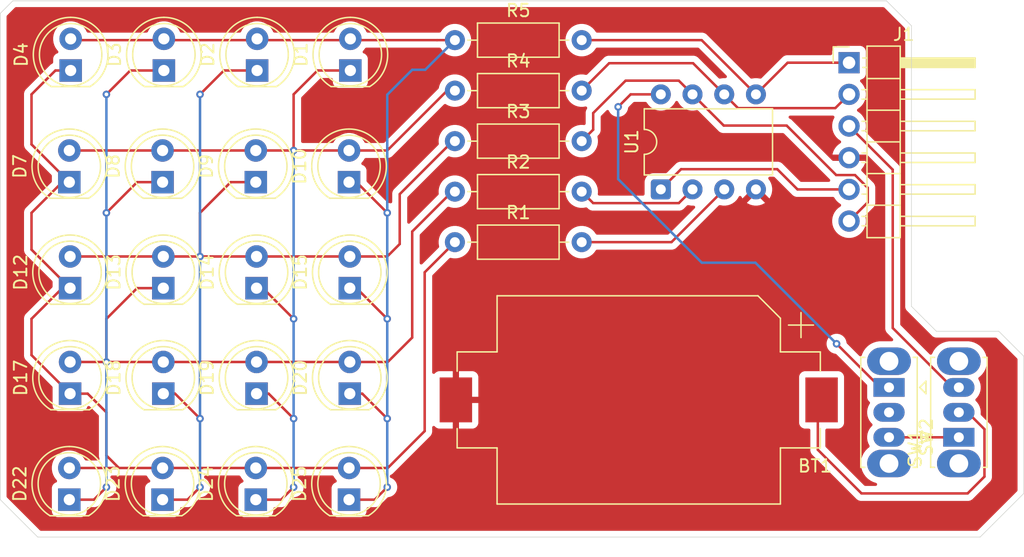
<source format=kicad_pcb>
(kicad_pcb (version 20241229) (generator "pcbnew") (generator_version "9.0")
  (layers (0 "F.Cu" signal) (2 "B.Cu" signal) (13 "F.Paste" user) (15 "B.Paste" user) (5 "F.SilkS" user "F.Silkscreen") (7 "B.SilkS" user "B.Silkscreen") (1 "F.Mask" user) (3 "B.Mask" user) (25 "Edge.Cuts" user))
  (net 0 "")
  (net 1 "GND")
  (net 2 "BAT-VCC")
  (net 3 "Net-(D1-K)")
  (net 4 "Net-(D1-A)")
  (net 5 "Net-(D12-A)")
  (net 6 "Net-(D12-K)")
  (net 7 "SCK")
  (net 8 "MISO")
  (net 9 "MOSI")
  (net 10 "ISP-VCC")
  (net 11 "RESET")
  (net 12 "Net-(U1-XTAL2{slash}PB4)")
  (net 13 "Net-(U1-XTAL1{slash}PB3)")
  (net 14 "VCC")
  (net 15 "Net-(D13-K)")
  (net 16 "Net-(SW1-B)")
  (footprint "LED_THT:LED_D5.0mm_Clear" (layer "F.Cu") (at 90 59.54 90)
    (property "Reference" "D15" (at 1.27 -3.96 90) (layer "F.SilkS"))
    (property "Value" "LED")
    (fp_line (start -1.29 -1.545) (end -1.29 1.545) (stroke (width 0.12)) (layer "F.SilkS"))
    (fp_arc (start -1.29 -1.54483) (mid 2.071756 -2.880501) (end 4.26 -0.000048) (stroke (width 0.12)) (layer "F.SilkS"))
    (fp_arc (start 4.26 0.000048) (mid 2.071756 2.880501) (end -1.29 1.54483) (stroke (width 0.12)) (layer "F.SilkS"))
    (fp_circle (center 1.27 0) (end 3.77 0) (stroke (width 0.12)) (fill no) (layer "F.SilkS"))
    (pad "1" thru_hole rect (at 0 0 90) (size 1.8 1.8) (drill 0.9) (layers "*.Cu" "*.Mask") (net 4 "Net-(D1-A)"))
    (pad "2" thru_hole circle (at 2.54 0 90) (size 1.8 1.8) (drill 0.9) (layers "*.Cu" "*.Mask") (net 5 "Net-(D12-A)"))
  )
  (footprint "LED_THT:LED_D5.0mm_Clear" (layer "F.Cu") (at 82.47 51.04 90)
    (property "Reference" "D9" (at 1.27 -3.96 90) (layer "F.SilkS"))
    (property "Value" "LED")
    (fp_line (start -1.29 -1.545) (end -1.29 1.545) (stroke (width 0.12)) (layer "F.SilkS"))
    (fp_arc (start -1.29 -1.54483) (mid 2.071756 -2.880501) (end 4.26 -0.000048) (stroke (width 0.12)) (layer "F.SilkS"))
    (fp_arc (start 4.26 0.000048) (mid 2.071756 2.880501) (end -1.29 1.54483) (stroke (width 0.12)) (layer "F.SilkS"))
    (fp_circle (center 1.27 0) (end 3.77 0) (stroke (width 0.12)) (fill no) (layer "F.SilkS"))
    (pad "1" thru_hole rect (at 0 0 90) (size 1.8 1.8) (drill 0.9) (layers "*.Cu" "*.Mask") (net 5 "Net-(D12-A)"))
    (pad "2" thru_hole circle (at 2.54 0 90) (size 1.8 1.8) (drill 0.9) (layers "*.Cu" "*.Mask") (net 3 "Net-(D1-K)"))
  )
  (footprint "LED_THT:LED_D5.0mm_Clear" (layer "F.Cu") (at 67.59 59.54 90)
    (property "Reference" "D12" (at 1.27 -3.96 90) (layer "F.SilkS"))
    (property "Value" "LED")
    (fp_line (start -1.29 -1.545) (end -1.29 1.545) (stroke (width 0.12)) (layer "F.SilkS"))
    (fp_arc (start -1.29 -1.54483) (mid 2.071756 -2.880501) (end 4.26 -0.000048) (stroke (width 0.12)) (layer "F.SilkS"))
    (fp_arc (start 4.26 0.000048) (mid 2.071756 2.880501) (end -1.29 1.54483) (stroke (width 0.12)) (layer "F.SilkS"))
    (fp_circle (center 1.27 0) (end 3.77 0) (stroke (width 0.12)) (fill no) (layer "F.SilkS"))
    (pad "1" thru_hole rect (at 0 0 90) (size 1.8 1.8) (drill 0.9) (layers "*.Cu" "*.Mask") (net 6 "Net-(D12-K)"))
    (pad "2" thru_hole circle (at 2.54 0 90) (size 1.8 1.8) (drill 0.9) (layers "*.Cu" "*.Mask") (net 5 "Net-(D12-A)"))
  )
  (footprint "LED_THT:LED_D5.0mm_Clear" (layer "F.Cu") (at 75.06 59.54 90)
    (property "Reference" "D13" (at 1.27 -3.96 90) (layer "F.SilkS"))
    (property "Value" "LED")
    (fp_line (start -1.29 -1.545) (end -1.29 1.545) (stroke (width 0.12)) (layer "F.SilkS"))
    (fp_arc (start -1.29 -1.54483) (mid 2.071756 -2.880501) (end 4.26 -0.000048) (stroke (width 0.12)) (layer "F.SilkS"))
    (fp_arc (start 4.26 0.000048) (mid 2.071756 2.880501) (end -1.29 1.54483) (stroke (width 0.12)) (layer "F.SilkS"))
    (fp_circle (center 1.27 0) (end 3.77 0) (stroke (width 0.12)) (fill no) (layer "F.SilkS"))
    (pad "1" thru_hole rect (at 0 0 90) (size 1.8 1.8) (drill 0.9) (layers "*.Cu" "*.Mask") (net 15 "Net-(D13-K)"))
    (pad "2" thru_hole circle (at 2.54 0 90) (size 1.8 1.8) (drill 0.9) (layers "*.Cu" "*.Mask") (net 5 "Net-(D12-A)"))
  )
  (footprint "LED_THT:LED_D5.0mm_Clear" (layer "F.Cu") (at 75.06 68 90)
    (property "Reference" "D18" (at 1.27 -3.96 90) (layer "F.SilkS"))
    (property "Value" "LED")
    (fp_line (start -1.29 -1.545) (end -1.29 1.545) (stroke (width 0.12)) (layer "F.SilkS"))
    (fp_arc (start -1.29 -1.54483) (mid 2.071756 -2.880501) (end 4.26 -0.000048) (stroke (width 0.12)) (layer "F.SilkS"))
    (fp_arc (start 4.26 0.000048) (mid 2.071756 2.880501) (end -1.29 1.54483) (stroke (width 0.12)) (layer "F.SilkS"))
    (fp_circle (center 1.27 0) (end 3.77 0) (stroke (width 0.12)) (fill no) (layer "F.SilkS"))
    (pad "1" thru_hole rect (at 0 0 90) (size 1.8 1.8) (drill 0.9) (layers "*.Cu" "*.Mask") (net 5 "Net-(D12-A)"))
    (pad "2" thru_hole circle (at 2.54 0 90) (size 1.8 1.8) (drill 0.9) (layers "*.Cu" "*.Mask") (net 15 "Net-(D13-K)"))
  )
  (footprint "Resistor_THT:R_Axial_DIN0207_L6.3mm_D2.5mm_P10.16mm_Horizontal" (layer "F.Cu") (at 98.42 39.65)
    (property "Reference" "R5" (at 5.08 -2.37 0) (layer "F.SilkS"))
    (property "Value" "R")
    (fp_line (start 1.04 0) (end 1.81 0) (stroke (width 0.12)) (layer "F.SilkS"))
    (fp_line (start 1.81 -1.37) (end 1.81 1.37) (stroke (width 0.12)) (layer "F.SilkS"))
    (fp_line (start 1.81 1.37) (end 8.35 1.37) (stroke (width 0.12)) (layer "F.SilkS"))
    (fp_line (start 8.35 -1.37) (end 1.81 -1.37) (stroke (width 0.12)) (layer "F.SilkS"))
    (fp_line (start 8.35 1.37) (end 8.35 -1.37) (stroke (width 0.12)) (layer "F.SilkS"))
    (fp_line (start 9.12 0) (end 8.35 0) (stroke (width 0.12)) (layer "F.SilkS"))
    (pad "1" thru_hole circle (at 0 0) (size 1.6 1.6) (drill 0.8) (layers "*.Cu" "*.Mask") (net 4 "Net-(D1-A)"))
    (pad "2" thru_hole oval (at 10.16 0) (size 1.6 1.6) (drill 0.8) (layers "*.Cu" "*.Mask") (net 8 "MISO"))
  )
  (footprint "LED_THT:LED_D5.0mm_Clear" (layer "F.Cu") (at 75 51.04 90)
    (property "Reference" "D8" (at 1.27 -3.96 90) (layer "F.SilkS"))
    (property "Value" "LED")
    (fp_line (start -1.29 -1.545) (end -1.29 1.545) (stroke (width 0.12)) (layer "F.SilkS"))
    (fp_arc (start -1.29 -1.54483) (mid 2.071756 -2.880501) (end 4.26 -0.000048) (stroke (width 0.12)) (layer "F.SilkS"))
    (fp_arc (start 4.26 0.000048) (mid 2.071756 2.880501) (end -1.29 1.54483) (stroke (width 0.12)) (layer "F.SilkS"))
    (fp_circle (center 1.27 0) (end 3.77 0) (stroke (width 0.12)) (fill no) (layer "F.SilkS"))
    (pad "1" thru_hole rect (at 0 0 90) (size 1.8 1.8) (drill 0.9) (layers "*.Cu" "*.Mask") (net 15 "Net-(D13-K)"))
    (pad "2" thru_hole circle (at 2.54 0 90) (size 1.8 1.8) (drill 0.9) (layers "*.Cu" "*.Mask") (net 3 "Net-(D1-K)"))
  )
  (footprint "LED_THT:LED_D5.0mm_Clear" (layer "F.Cu") (at 89.94 76.5 90)
    (property "Reference" "D25" (at 1.27 -3.96 90) (layer "F.SilkS"))
    (property "Value" "LED")
    (fp_line (start -1.29 -1.545) (end -1.29 1.545) (stroke (width 0.12)) (layer "F.SilkS"))
    (fp_arc (start -1.29 -1.54483) (mid 2.071756 -2.880501) (end 4.26 -0.000048) (stroke (width 0.12)) (layer "F.SilkS"))
    (fp_arc (start 4.26 0.000048) (mid 2.071756 2.880501) (end -1.29 1.54483) (stroke (width 0.12)) (layer "F.SilkS"))
    (fp_circle (center 1.27 0) (end 3.77 0) (stroke (width 0.12)) (fill no) (layer "F.SilkS"))
    (pad "1" thru_hole rect (at 0 0 90) (size 1.8 1.8) (drill 0.9) (layers "*.Cu" "*.Mask") (net 4 "Net-(D1-A)"))
    (pad "2" thru_hole circle (at 2.54 0 90) (size 1.8 1.8) (drill 0.9) (layers "*.Cu" "*.Mask") (net 6 "Net-(D12-K)"))
  )
  (footprint "LED_THT:LED_D5.0mm_Clear" (layer "F.Cu") (at 67.53 76.5 90)
    (property "Reference" "D22" (at 1.27 -3.96 90) (layer "F.SilkS"))
    (property "Value" "LED")
    (fp_line (start -1.29 -1.545) (end -1.29 1.545) (stroke (width 0.12)) (layer "F.SilkS"))
    (fp_arc (start -1.29 -1.54483) (mid 2.071756 -2.880501) (end 4.26 -0.000048) (stroke (width 0.12)) (layer "F.SilkS"))
    (fp_arc (start 4.26 0.000048) (mid 2.071756 2.880501) (end -1.29 1.54483) (stroke (width 0.12)) (layer "F.SilkS"))
    (fp_circle (center 1.27 0) (end 3.77 0) (stroke (width 0.12)) (fill no) (layer "F.SilkS"))
    (pad "1" thru_hole rect (at 0 0 90) (size 1.8 1.8) (drill 0.9) (layers "*.Cu" "*.Mask") (net 15 "Net-(D13-K)"))
    (pad "2" thru_hole circle (at 2.54 0 90) (size 1.8 1.8) (drill 0.9) (layers "*.Cu" "*.Mask") (net 6 "Net-(D12-K)"))
  )
  (footprint "LED_THT:LED_D5.0mm_Clear" (layer "F.Cu") (at 82.53 59.54 90)
    (property "Reference" "D14" (at 1.27 -3.96 90) (layer "F.SilkS"))
    (property "Value" "LED")
    (fp_line (start -1.29 -1.545) (end -1.29 1.545) (stroke (width 0.12)) (layer "F.SilkS"))
    (fp_arc (start -1.29 -1.54483) (mid 2.071756 -2.880501) (end 4.26 -0.000048) (stroke (width 0.12)) (layer "F.SilkS"))
    (fp_arc (start 4.26 0.000048) (mid 2.071756 2.880501) (end -1.29 1.54483) (stroke (width 0.12)) (layer "F.SilkS"))
    (fp_circle (center 1.27 0) (end 3.77 0) (stroke (width 0.12)) (fill no) (layer "F.SilkS"))
    (pad "1" thru_hole rect (at 0 0 90) (size 1.8 1.8) (drill 0.9) (layers "*.Cu" "*.Mask") (net 3 "Net-(D1-K)"))
    (pad "2" thru_hole circle (at 2.54 0 90) (size 1.8 1.8) (drill 0.9) (layers "*.Cu" "*.Mask") (net 5 "Net-(D12-A)"))
  )
  (footprint "Resistor_THT:R_Axial_DIN0207_L6.3mm_D2.5mm_P10.16mm_Horizontal" (layer "F.Cu") (at 98.42 51.8)
    (property "Reference" "R2" (at 5.08 -2.37 0) (layer "F.SilkS"))
    (property "Value" "R")
    (fp_line (start 1.04 0) (end 1.81 0) (stroke (width 0.12)) (layer "F.SilkS"))
    (fp_line (start 1.81 -1.37) (end 1.81 1.37) (stroke (width 0.12)) (layer "F.SilkS"))
    (fp_line (start 1.81 1.37) (end 8.35 1.37) (stroke (width 0.12)) (layer "F.SilkS"))
    (fp_line (start 8.35 -1.37) (end 1.81 -1.37) (stroke (width 0.12)) (layer "F.SilkS"))
    (fp_line (start 8.35 1.37) (end 8.35 -1.37) (stroke (width 0.12)) (layer "F.SilkS"))
    (fp_line (start 9.12 0) (end 8.35 0) (stroke (width 0.12)) (layer "F.SilkS"))
    (pad "1" thru_hole circle (at 0 0) (size 1.6 1.6) (drill 0.8) (layers "*.Cu" "*.Mask") (net 15 "Net-(D13-K)"))
    (pad "2" thru_hole oval (at 10.16 0) (size 1.6 1.6) (drill 0.8) (layers "*.Cu" "*.Mask") (net 13 "Net-(U1-XTAL1{slash}PB3)"))
  )
  (footprint "Battery:BatteryHolder_Keystone_1060_1x2032" (layer "F.Cu") (at 113.15 68.5 180)
    (property "Reference" "BT1" (at -14.125 -5.3 0) (layer "F.SilkS"))
    (property "Value" "Battery")
    (fp_line (start 14.55 3.85) (end 14.55 2.3) (stroke (width 0.12)) (layer "F.SilkS"))
    (fp_line (start 14.55 -3.85) (end 14.55 -2.3) (stroke (width 0.12)) (layer "F.SilkS"))
    (fp_line (start 11.35 8.35) (end 11.35 3.85) (stroke (width 0.12)) (layer "F.SilkS"))
    (fp_line (start 11.35 8.35) (end -9.55 8.35) (stroke (width 0.12)) (layer "F.SilkS"))
    (fp_line (start 11.35 3.85) (end 14.55 3.85) (stroke (width 0.12)) (layer "F.SilkS"))
    (fp_line (start 11.35 -3.85) (end 14.55 -3.85) (stroke (width 0.12)) (layer "F.SilkS"))
    (fp_line (start 11.35 -8.35) (end 11.35 -3.85) (stroke (width 0.12)) (layer "F.SilkS"))
    (fp_line (start -9.55 8.35) (end -11.35 6.55) (stroke (width 0.12)) (layer "F.SilkS"))
    (fp_line (start -11.35 6.55) (end -11.35 3.85) (stroke (width 0.12)) (layer "F.SilkS"))
    (fp_line (start -11.35 3.85) (end -14.55 3.85) (stroke (width 0.12)) (layer "F.SilkS"))
    (fp_line (start -11.35 -3.85) (end -14.55 -3.85) (stroke (width 0.12)) (layer "F.SilkS"))
    (fp_line (start -11.35 -8.35) (end 11.35 -8.35) (stroke (width 0.12)) (layer "F.SilkS"))
    (fp_line (start -11.35 -8.35) (end -11.35 -3.85) (stroke (width 0.12)) (layer "F.SilkS"))
    (fp_line (start -12 6) (end -14 6) (stroke (width 0.12)) (layer "F.SilkS"))
    (fp_line (start -13 5) (end -13 7) (stroke (width 0.12)) (layer "F.SilkS"))
    (fp_line (start -14.55 3.85) (end -14.55 2.3) (stroke (width 0.12)) (layer "F.SilkS"))
    (fp_line (start -14.55 -3.85) (end -14.55 -2.3) (stroke (width 0.12)) (layer "F.SilkS"))
    (pad "1" smd rect (at -14.65 0) (size 2.6 3.6) (layers "F.Cu" "F.Mask" "F.Paste") (net 2 "BAT-VCC"))
    (pad "2" smd rect (at 14.65 0) (size 2.6 3.6) (layers "F.Cu" "F.Mask" "F.Paste") (net 1 "GND"))
  )
  (footprint "Resistor_THT:R_Axial_DIN0207_L6.3mm_D2.5mm_P10.16mm_Horizontal" (layer "F.Cu") (at 98.42 43.7)
    (property "Reference" "R4" (at 5.08 -2.37 0) (layer "F.SilkS"))
    (property "Value" "R")
    (fp_line (start 1.04 0) (end 1.81 0) (stroke (width 0.12)) (layer "F.SilkS"))
    (fp_line (start 1.81 -1.37) (end 1.81 1.37) (stroke (width 0.12)) (layer "F.SilkS"))
    (fp_line (start 1.81 1.37) (end 8.35 1.37) (stroke (width 0.12)) (layer "F.SilkS"))
    (fp_line (start 8.35 -1.37) (end 1.81 -1.37) (stroke (width 0.12)) (layer "F.SilkS"))
    (fp_line (start 8.35 1.37) (end 8.35 -1.37) (stroke (width 0.12)) (layer "F.SilkS"))
    (fp_line (start 9.12 0) (end 8.35 0) (stroke (width 0.12)) (layer "F.SilkS"))
    (pad "1" thru_hole circle (at 0 0) (size 1.6 1.6) (drill 0.8) (layers "*.Cu" "*.Mask") (net 3 "Net-(D1-K)"))
    (pad "2" thru_hole oval (at 10.16 0) (size 1.6 1.6) (drill 0.8) (layers "*.Cu" "*.Mask") (net 9 "MOSI"))
  )
  (footprint "LED_THT:LED_D5.0mm_Clear" (layer "F.Cu") (at 75 76.5 90)
    (property "Reference" "D23" (at 1.27 -3.96 90) (layer "F.SilkS"))
    (property "Value" "LED")
    (fp_line (start -1.29 -1.545) (end -1.29 1.545) (stroke (width 0.12)) (layer "F.SilkS"))
    (fp_arc (start -1.29 -1.54483) (mid 2.071756 -2.880501) (end 4.26 -0.000048) (stroke (width 0.12)) (layer "F.SilkS"))
    (fp_arc (start 4.26 0.000048) (mid 2.071756 2.880501) (end -1.29 1.54483) (stroke (width 0.12)) (layer "F.SilkS"))
    (fp_circle (center 1.27 0) (end 3.77 0) (stroke (width 0.12)) (fill no) (layer "F.SilkS"))
    (pad "1" thru_hole rect (at 0 0 90) (size 1.8 1.8) (drill 0.9) (layers "*.Cu" "*.Mask") (net 5 "Net-(D12-A)"))
    (pad "2" thru_hole circle (at 2.54 0 90) (size 1.8 1.8) (drill 0.9) (layers "*.Cu" "*.Mask") (net 6 "Net-(D12-K)"))
  )
  (footprint "LED_THT:LED_D5.0mm_Clear" (layer "F.Cu") (at 67.53 51.04 90)
    (property "Reference" "D7" (at 1.27 -3.96 90) (layer "F.SilkS"))
    (property "Value" "LED")
    (fp_line (start -1.29 -1.545) (end -1.29 1.545) (stroke (width 0.12)) (layer "F.SilkS"))
    (fp_arc (start -1.29 -1.54483) (mid 2.071756 -2.880501) (end 4.26 -0.000048) (stroke (width 0.12)) (layer "F.SilkS"))
    (fp_arc (start 4.26 0.000048) (mid 2.071756 2.880501) (end -1.29 1.54483) (stroke (width 0.12)) (layer "F.SilkS"))
    (fp_circle (center 1.27 0) (end 3.77 0) (stroke (width 0.12)) (fill no) (layer "F.SilkS"))
    (pad "1" thru_hole rect (at 0 0 90) (size 1.8 1.8) (drill 0.9) (layers "*.Cu" "*.Mask") (net 6 "Net-(D12-K)"))
    (pad "2" thru_hole circle (at 2.54 0 90) (size 1.8 1.8) (drill 0.9) (layers "*.Cu" "*.Mask") (net 3 "Net-(D1-K)"))
  )
  (footprint "Resistor_THT:R_Axial_DIN0207_L6.3mm_D2.5mm_P10.16mm_Horizontal" (layer "F.Cu") (at 98.42 55.85)
    (property "Reference" "R1" (at 5.08 -2.37 0) (layer "F.SilkS"))
    (property "Value" "R")
    (fp_line (start 1.04 0) (end 1.81 0) (stroke (width 0.12)) (layer "F.SilkS"))
    (fp_line (start 1.81 -1.37) (end 1.81 1.37) (stroke (width 0.12)) (layer "F.SilkS"))
    (fp_line (start 1.81 1.37) (end 8.35 1.37) (stroke (width 0.12)) (layer "F.SilkS"))
    (fp_line (start 8.35 -1.37) (end 1.81 -1.37) (stroke (width 0.12)) (layer "F.SilkS"))
    (fp_line (start 8.35 1.37) (end 8.35 -1.37) (stroke (width 0.12)) (layer "F.SilkS"))
    (fp_line (start 9.12 0) (end 8.35 0) (stroke (width 0.12)) (layer "F.SilkS"))
    (pad "1" thru_hole circle (at 0 0) (size 1.6 1.6) (drill 0.8) (layers "*.Cu" "*.Mask") (net 6 "Net-(D12-K)"))
    (pad "2" thru_hole oval (at 10.16 0) (size 1.6 1.6) (drill 0.8) (layers "*.Cu" "*.Mask") (net 12 "Net-(U1-XTAL2{slash}PB4)"))
  )
  (footprint "Connector_PinHeader_2.54mm:PinHeader_1x06_P2.54mm_Horizontal" (layer "F.Cu") (at 130 41.46)
    (property "Reference" "J1" (at 4.385 -2.27 0) (layer "F.SilkS"))
    (property "Value" "Conn_01x06_Socket")
    (fp_line (start -1.27 -1.27) (end 0 -1.27) (stroke (width 0.12)) (layer "F.SilkS"))
    (fp_line (start -1.27 0) (end -1.27 -1.27) (stroke (width 0.12)) (layer "F.SilkS"))
    (fp_line (start 1.042929 2.16) (end 1.44 2.16) (stroke (width 0.12)) (layer "F.SilkS"))
    (fp_line (start 1.042929 2.92) (end 1.44 2.92) (stroke (width 0.12)) (layer "F.SilkS"))
    (fp_line (start 1.042929 4.7) (end 1.44 4.7) (stroke (width 0.12)) (layer "F.SilkS"))
    (fp_line (start 1.042929 5.46) (end 1.44 5.46) (stroke (width 0.12)) (layer "F.SilkS"))
    (fp_line (start 1.042929 7.24) (end 1.44 7.24) (stroke (width 0.12)) (layer "F.SilkS"))
    (fp_line (start 1.042929 8) (end 1.44 8) (stroke (width 0.12)) (layer "F.SilkS"))
    (fp_line (start 1.042929 9.78) (end 1.44 9.78) (stroke (width 0.12)) (layer "F.SilkS"))
    (fp_line (start 1.042929 10.54) (end 1.44 10.54) (stroke (width 0.12)) (layer "F.SilkS"))
    (fp_line (start 1.042929 12.32) (end 1.44 12.32) (stroke (width 0.12)) (layer "F.SilkS"))
    (fp_line (start 1.042929 13.08) (end 1.44 13.08) (stroke (width 0.12)) (layer "F.SilkS"))
    (fp_line (start 1.11 -0.38) (end 1.44 -0.38) (stroke (width 0.12)) (layer "F.SilkS"))
    (fp_line (start 1.11 0.38) (end 1.44 0.38) (stroke (width 0.12)) (layer "F.SilkS"))
    (fp_line (start 1.44 -1.33) (end 1.44 14.03) (stroke (width 0.12)) (layer "F.SilkS"))
    (fp_line (start 1.44 1.27) (end 4.1 1.27) (stroke (width 0.12)) (layer "F.SilkS"))
    (fp_line (start 1.44 3.81) (end 4.1 3.81) (stroke (width 0.12)) (layer "F.SilkS"))
    (fp_line (start 1.44 6.35) (end 4.1 6.35) (stroke (width 0.12)) (layer "F.SilkS"))
    (fp_line (start 1.44 8.89) (end 4.1 8.89) (stroke (width 0.12)) (layer "F.SilkS"))
    (fp_line (start 1.44 11.43) (end 4.1 11.43) (stroke (width 0.12)) (layer "F.SilkS"))
    (fp_line (start 1.44 14.03) (end 4.1 14.03) (stroke (width 0.12)) (layer "F.SilkS"))
    (fp_line (start 4.1 -1.33) (end 1.44 -1.33) (stroke (width 0.12)) (layer "F.SilkS"))
    (fp_line (start 4.1 -0.38) (end 10.1 -0.38) (stroke (width 0.12)) (layer "F.SilkS"))
    (fp_line (start 4.1 -0.32) (end 10.1 -0.32) (stroke (width 0.12)) (layer "F.SilkS"))
    (fp_line (start 4.1 -0.2) (end 10.1 -0.2) (stroke (width 0.12)) (layer "F.SilkS"))
    (fp_line (start 4.1 -0.08) (end 10.1 -0.08) (stroke (width 0.12)) (layer "F.SilkS"))
    (fp_line (start 4.1 0.04) (end 10.1 0.04) (stroke (width 0.12)) (layer "F.SilkS"))
    (fp_line (start 4.1 0.16) (end 10.1 0.16) (stroke (width 0.12)) (layer "F.SilkS"))
    (fp_line (start 4.1 0.28) (end 10.1 0.28) (stroke (width 0.12)) (layer "F.SilkS"))
    (fp_line (start 4.1 2.16) (end 10.1 2.16) (stroke (width 0.12)) (layer "F.SilkS"))
    (fp_line (start 4.1 4.7) (end 10.1 4.7) (stroke (width 0.12)) (layer "F.SilkS"))
    (fp_line (start 4.1 7.24) (end 10.1 7.24) (stroke (width 0.12)) (layer "F.SilkS"))
    (fp_line (start 4.1 9.78) (end 10.1 9.78) (stroke (width 0.12)) (layer "F.SilkS"))
    (fp_line (start 4.1 12.32) (end 10.1 12.32) (stroke (width 0.12)) (layer "F.SilkS"))
    (fp_line (start 4.1 14.03) (end 4.1 -1.33) (stroke (width 0.12)) (layer "F.SilkS"))
    (fp_line (start 10.1 -0.38) (end 10.1 0.38) (stroke (width 0.12)) (layer "F.SilkS"))
    (fp_line (start 10.1 0.38) (end 4.1 0.38) (stroke (width 0.12)) (layer "F.SilkS"))
    (fp_line (start 10.1 2.16) (end 10.1 2.92) (stroke (width 0.12)) (layer "F.SilkS"))
    (fp_line (start 10.1 2.92) (end 4.1 2.92) (stroke (width 0.12)) (layer "F.SilkS"))
    (fp_line (start 10.1 4.7) (end 10.1 5.46) (stroke (width 0.12)) (layer "F.SilkS"))
    (fp_line (start 10.1 5.46) (end 4.1 5.46) (stroke (width 0.12)) (layer "F.SilkS"))
    (fp_line (start 10.1 7.24) (end 10.1 8) (stroke (width 0.12)) (layer "F.SilkS"))
    (fp_line (start 10.1 8) (end 4.1 8) (stroke (width 0.12)) (layer "F.SilkS"))
    (fp_line (start 10.1 9.78) (end 10.1 10.54) (stroke (width 0.12)) (layer "F.SilkS"))
    (fp_line (start 10.1 10.54) (end 4.1 10.54) (stroke (width 0.12)) (layer "F.SilkS"))
    (fp_line (start 10.1 12.32) (end 10.1 13.08) (stroke (width 0.12)) (layer "F.SilkS"))
    (fp_line (start 10.1 13.08) (end 4.1 13.08) (stroke (width 0.12)) (layer "F.SilkS"))
    (pad "1" thru_hole rect (at 0 0) (size 1.7 1.7) (drill 1) (layers "*.Cu" "*.Mask") (net 8 "MISO"))
    (pad "2" thru_hole oval (at 0 2.54) (size 1.7 1.7) (drill 1) (layers "*.Cu" "*.Mask") (net 9 "MOSI"))
    (pad "3" thru_hole oval (at 0 5.08) (size 1.7 1.7) (drill 1) (layers "*.Cu" "*.Mask") (net 10 "ISP-VCC"))
    (pad "4" thru_hole oval (at 0 7.62) (size 1.7 1.7) (drill 1) (layers "*.Cu" "*.Mask") (net 1 "GND"))
    (pad "5" thru_hole oval (at 0 10.16) (size 1.7 1.7) (drill 1) (layers "*.Cu" "*.Mask") (net 11 "RESET"))
    (pad "6" thru_hole oval (at 0 12.7) (size 1.7 1.7) (drill 1) (layers "*.Cu" "*.Mask") (net 7 "SCK"))
  )
  (footprint "LED_THT:LED_D5.0mm_Clear" (layer "F.Cu") (at 90.045 42.085 90)
    (property "Reference" "D1" (at 1.27 -3.96 90) (layer "F.SilkS"))
    (property "Value" "LED")
    (fp_line (start -1.29 -1.545) (end -1.29 1.545) (stroke (width 0.12)) (layer "F.SilkS"))
    (fp_arc (start -1.29 -1.54483) (mid 2.071756 -2.880501) (end 4.26 -0.000048) (stroke (width 0.12)) (layer "F.SilkS"))
    (fp_arc (start 4.26 0.000048) (mid 2.071756 2.880501) (end -1.29 1.54483) (stroke (width 0.12)) (layer "F.SilkS"))
    (fp_circle (center 1.27 0) (end 3.77 0) (stroke (width 0.12)) (fill no) (layer "F.SilkS"))
    (pad "1" thru_hole rect (at 0 0 90) (size 1.8 1.8) (drill 0.9) (layers "*.Cu" "*.Mask") (net 3 "Net-(D1-K)"))
    (pad "2" thru_hole circle (at 2.54 0 90) (size 1.8 1.8) (drill 0.9) (layers "*.Cu" "*.Mask") (net 4 "Net-(D1-A)"))
  )
  (footprint "LED_THT:LED_D5.0mm_Clear" (layer "F.Cu") (at 89.94 51.04 90)
    (property "Reference" "D10" (at 1.27 -3.96 90) (layer "F.SilkS"))
    (property "Value" "LED")
    (fp_line (start -1.29 -1.545) (end -1.29 1.545) (stroke (width 0.12)) (layer "F.SilkS"))
    (fp_arc (start -1.29 -1.54483) (mid 2.071756 -2.880501) (end 4.26 -0.000048) (stroke (width 0.12)) (layer "F.SilkS"))
    (fp_arc (start 4.26 0.000048) (mid 2.071756 2.880501) (end -1.29 1.54483) (stroke (width 0.12)) (layer "F.SilkS"))
    (fp_circle (center 1.27 0) (end 3.77 0) (stroke (width 0.12)) (fill no) (layer "F.SilkS"))
    (pad "1" thru_hole rect (at 0 0 90) (size 1.8 1.8) (drill 0.9) (layers "*.Cu" "*.Mask") (net 4 "Net-(D1-A)"))
    (pad "2" thru_hole circle (at 2.54 0 90) (size 1.8 1.8) (drill 0.9) (layers "*.Cu" "*.Mask") (net 3 "Net-(D1-K)"))
  )
  (footprint "LED_THT:LED_D5.0mm_Clear" (layer "F.Cu") (at 75.105 42.085 90)
    (property "Reference" "D3" (at 1.27 -3.96 90) (layer "F.SilkS"))
    (property "Value" "LED")
    (fp_line (start -1.29 -1.545) (end -1.29 1.545) (stroke (width 0.12)) (layer "F.SilkS"))
    (fp_arc (start -1.29 -1.54483) (mid 2.071756 -2.880501) (end 4.26 -0.000048) (stroke (width 0.12)) (layer "F.SilkS"))
    (fp_arc (start 4.26 0.000048) (mid 2.071756 2.880501) (end -1.29 1.54483) (stroke (width 0.12)) (layer "F.SilkS"))
    (fp_circle (center 1.27 0) (end 3.77 0) (stroke (width 0.12)) (fill no) (layer "F.SilkS"))
    (pad "1" thru_hole rect (at 0 0 90) (size 1.8 1.8) (drill 0.9) (layers "*.Cu" "*.Mask") (net 15 "Net-(D13-K)"))
    (pad "2" thru_hole circle (at 2.54 0 90) (size 1.8 1.8) (drill 0.9) (layers "*.Cu" "*.Mask") (net 4 "Net-(D1-A)"))
  )
  (footprint "LED_THT:LED_D5.0mm_Clear" (layer "F.Cu") (at 90 68 90)
    (property "Reference" "D20" (at 1.27 -3.96 90) (layer "F.SilkS"))
    (property "Value" "LED")
    (fp_line (start -1.29 -1.545) (end -1.29 1.545) (stroke (width 0.12)) (layer "F.SilkS"))
    (fp_arc (start -1.29 -1.54483) (mid 2.071756 -2.880501) (end 4.26 -0.000048) (stroke (width 0.12)) (layer "F.SilkS"))
    (fp_arc (start 4.26 0.000048) (mid 2.071756 2.880501) (end -1.29 1.54483) (stroke (width 0.12)) (layer "F.SilkS"))
    (fp_circle (center 1.27 0) (end 3.77 0) (stroke (width 0.12)) (fill no) (layer "F.SilkS"))
    (pad "1" thru_hole rect (at 0 0 90) (size 1.8 1.8) (drill 0.9) (layers "*.Cu" "*.Mask") (net 4 "Net-(D1-A)"))
    (pad "2" thru_hole circle (at 2.54 0 90) (size 1.8 1.8) (drill 0.9) (layers "*.Cu" "*.Mask") (net 15 "Net-(D13-K)"))
  )
  (footprint "Button_Switch_THT:SW_Slide_SPDT_Straight_CK_OS102011MS2Q" (layer "F.Cu") (at 133.2025 67.5 -90)
    (property "Reference" "SW2" (at 3.99 -2.99 90) (layer "F.SilkS"))
    (property "Value" "SW_SPDT_312")
    (fp_line (start -2.41 2.26) (end -2.41 1.95) (stroke (width 0.12)) (layer "F.SilkS"))
    (fp_line (start 6.41 2.26) (end -2.41 2.26) (stroke (width 0.12)) (layer "F.SilkS"))
    (fp_line (start 6.41 2.26) (end 6.41 1.95) (stroke (width 0.12)) (layer "F.SilkS"))
    (fp_line (start -2.41 -1.95) (end -2.41 -2.26) (stroke (width 0.12)) (layer "F.SilkS"))
    (fp_line (start -2.41 -2.26) (end 6.41 -2.26) (stroke (width 0.12)) (layer "F.SilkS"))
    (fp_line (start 6.41 -2.26) (end 6.41 -1.95) (stroke (width 0.12)) (layer "F.SilkS"))
    (fp_line (start 0 -2.46) (end 0.5 -2.96) (stroke (width 0.12)) (layer "F.SilkS"))
    (fp_line (start -0.5 -2.96) (end 0 -2.46) (stroke (width 0.12)) (layer "F.SilkS"))
    (fp_line (start 0.5 -2.96) (end -0.5 -2.96) (stroke (width 0.12)) (layer "F.SilkS"))
    (pad "" thru_hole oval (at -2.1 0 270) (size 2.2 3.5) (drill 1.5) (layers "*.Cu" "*.Mask"))
    (pad "" thru_hole oval (at 6.1 0 270) (size 2.2 3.5) (drill 1.5) (layers "*.Cu" "*.Mask"))
    (pad "1" thru_hole rect (at 0 0 270) (size 1.5 2.5) (drill 0.8) (layers "*.Cu" "*.Mask") (net 14 "VCC"))
    (pad "2" thru_hole oval (at 2 0 270) (size 1.5 2.5) (drill 0.8) (layers "*.Cu" "*.Mask"))
    (pad "3" thru_hole oval (at 4 0 270) (size 1.5 2.5) (drill 0.8) (layers "*.Cu" "*.Mask") (net 16 "Net-(SW1-B)"))
  )
  (footprint "Resistor_THT:R_Axial_DIN0207_L6.3mm_D2.5mm_P10.16mm_Horizontal" (layer "F.Cu") (at 98.42 47.75)
    (property "Reference" "R3" (at 5.08 -2.37 0) (layer "F.SilkS"))
    (property "Value" "R")
    (fp_line (start 1.04 0) (end 1.81 0) (stroke (width 0.12)) (layer "F.SilkS"))
    (fp_line (start 1.81 -1.37) (end 1.81 1.37) (stroke (width 0.12)) (layer "F.SilkS"))
    (fp_line (start 1.81 1.37) (end 8.35 1.37) (stroke (width 0.12)) (layer "F.SilkS"))
    (fp_line (start 8.35 -1.37) (end 1.81 -1.37) (stroke (width 0.12)) (layer "F.SilkS"))
    (fp_line (start 8.35 1.37) (end 8.35 -1.37) (stroke (width 0.12)) (layer "F.SilkS"))
    (fp_line (start 9.12 0) (end 8.35 0) (stroke (width 0.12)) (layer "F.SilkS"))
    (pad "1" thru_hole circle (at 0 0) (size 1.6 1.6) (drill 0.8) (layers "*.Cu" "*.Mask") (net 5 "Net-(D12-A)"))
    (pad "2" thru_hole oval (at 10.16 0) (size 1.6 1.6) (drill 0.8) (layers "*.Cu" "*.Mask") (net 7 "SCK"))
  )
  (footprint "LED_THT:LED_D5.0mm_Clear" (layer "F.Cu") (at 82.53 68 90)
    (property "Reference" "D19" (at 1.27 -3.96 90) (layer "F.SilkS"))
    (property "Value" "LED")
    (fp_line (start -1.29 -1.545) (end -1.29 1.545) (stroke (width 0.12)) (layer "F.SilkS"))
    (fp_arc (start -1.29 -1.54483) (mid 2.071756 -2.880501) (end 4.26 -0.000048) (stroke (width 0.12)) (layer "F.SilkS"))
    (fp_arc (start 4.26 0.000048) (mid 2.071756 2.880501) (end -1.29 1.54483) (stroke (width 0.12)) (layer "F.SilkS"))
    (fp_circle (center 1.27 0) (end 3.77 0) (stroke (width 0.12)) (fill no) (layer "F.SilkS"))
    (pad "1" thru_hole rect (at 0 0 90) (size 1.8 1.8) (drill 0.9) (layers "*.Cu" "*.Mask") (net 3 "Net-(D1-K)"))
    (pad "2" thru_hole circle (at 2.54 0 90) (size 1.8 1.8) (drill 0.9) (layers "*.Cu" "*.Mask") (net 15 "Net-(D13-K)"))
  )
  (footprint "Package_DIP:DIP-8_W7.62mm" (layer "F.Cu") (at 114.92 51.62 90)
    (property "Reference" "U1" (at 3.81 -2.33 90) (layer "F.SilkS"))
    (property "Value" "ATtiny45-20P")
    (fp_line (start 6.46 -1.33) (end 4.81 -1.33) (stroke (width 0.12)) (layer "F.SilkS"))
    (fp_line (start 2.81 -1.33) (end 1.16 -1.33) (stroke (width 0.12)) (layer "F.SilkS"))
    (fp_line (start 1.16 -1.33) (end 1.16 8.95) (stroke (width 0.12)) (layer "F.SilkS"))
    (fp_line (start 6.46 8.95) (end 6.46 -1.33) (stroke (width 0.12)) (layer "F.SilkS"))
    (fp_line (start 1.16 8.95) (end 6.46 8.95) (stroke (width 0.12)) (layer "F.SilkS"))
    (fp_arc (start 4.81 -1.33) (mid 3.81 -0.33) (end 2.81 -1.33) (stroke (width 0.12)) (layer "F.SilkS"))
    (pad "1" thru_hole roundrect (at 0 0 90) (size 1.6 1.6) (drill 0.8) (layers "*.Cu" "*.Mask") (roundrect_rratio 0.15625) (net 11 "RESET"))
    (pad "2" thru_hole circle (at 0 2.54 90) (size 1.6 1.6) (drill 0.8) (layers "*.Cu" "*.Mask") (net 13 "Net-(U1-XTAL1{slash}PB3)"))
    (pad "3" thru_hole circle (at 0 5.08 90) (size 1.6 1.6) (drill 0.8) (layers "*.Cu" "*.Mask") (net 12 "Net-(U1-XTAL2{slash}PB4)"))
    (pad "4" thru_hole circle (at 0 7.62 90) (size 1.6 1.6) (drill 0.8) (layers "*.Cu" "*.Mask") (net 1 "GND"))
    (pad "5" thru_hole circle (at 7.62 7.62 90) (size 1.6 1.6) (drill 0.8) (layers "*.Cu" "*.Mask") (net 8 "MISO"))
    (pad "6" thru_hole circle (at 7.62 5.08 90) (size 1.6 1.6) (drill 0.8) (layers "*.Cu" "*.Mask") (net 9 "MOSI"))
    (pad "7" thru_hole circle (at 7.62 2.54 90) (size 1.6 1.6) (drill 0.8) (layers "*.Cu" "*.Mask") (net 7 "SCK"))
    (pad "8" thru_hole circle (at 7.62 0 90) (size 1.6 1.6) (drill 0.8) (layers "*.Cu" "*.Mask") (net 14 "VCC"))
  )
  (footprint "Button_Switch_THT:SW_Slide_SPDT_Straight_CK_OS102011MS2Q" (layer "F.Cu") (at 138.7975 71.5 90)
    (property "Reference" "SW1" (at -0.9 -3.5 90) (layer "F.SilkS"))
    (property "Value" "SW_SPDT_312")
    (fp_line (start 0.5 -2.96) (end -0.5 -2.96) (stroke (width 0.12)) (layer "F.SilkS"))
    (fp_line (start -0.5 -2.96) (end 0 -2.46) (stroke (width 0.12)) (layer "F.SilkS"))
    (fp_line (start 0 -2.46) (end 0.5 -2.96) (stroke (width 0.12)) (layer "F.SilkS"))
    (fp_line (start 6.41 -2.26) (end 6.41 -1.95) (stroke (width 0.12)) (layer "F.SilkS"))
    (fp_line (start -2.41 -2.26) (end 6.41 -2.26) (stroke (width 0.12)) (layer "F.SilkS"))
    (fp_line (start -2.41 -1.95) (end -2.41 -2.26) (stroke (width 0.12)) (layer "F.SilkS"))
    (fp_line (start 6.41 2.26) (end 6.41 1.95) (stroke (width 0.12)) (layer "F.SilkS"))
    (fp_line (start 6.41 2.26) (end -2.41 2.26) (stroke (width 0.12)) (layer "F.SilkS"))
    (fp_line (start -2.41 2.26) (end -2.41 1.95) (stroke (width 0.12)) (layer "F.SilkS"))
    (pad "" thru_hole oval (at -2.1 0 90) (size 2.2 3.5) (drill 1.5) (layers "*.Cu" "*.Mask"))
    (pad "" thru_hole oval (at 6.1 0 90) (size 2.2 3.5) (drill 1.5) (layers "*.Cu" "*.Mask"))
    (pad "1" thru_hole rect (at 0 0 90) (size 1.5 2.5) (drill 0.8) (layers "*.Cu" "*.Mask") (net 16 "Net-(SW1-B)"))
    (pad "2" thru_hole oval (at 2 0 90) (size 1.5 2.5) (drill 0.8) (layers "*.Cu" "*.Mask") (net 2 "BAT-VCC"))
    (pad "3" thru_hole oval (at 4 0 90) (size 1.5 2.5) (drill 0.8) (layers "*.Cu" "*.Mask") (net 10 "ISP-VCC"))
  )
  (footprint "LED_THT:LED_D5.0mm_Clear" (layer "F.Cu") (at 82.575 42.085 90)
    (property "Reference" "D2" (at 1.27 -3.96 90) (layer "F.SilkS"))
    (property "Value" "LED")
    (fp_line (start -1.29 -1.545) (end -1.29 1.545) (stroke (width 0.12)) (layer "F.SilkS"))
    (fp_arc (start -1.29 -1.54483) (mid 2.071756 -2.880501) (end 4.26 -0.000048) (stroke (width 0.12)) (layer "F.SilkS"))
    (fp_arc (start 4.26 0.000048) (mid 2.071756 2.880501) (end -1.29 1.54483) (stroke (width 0.12)) (layer "F.SilkS"))
    (fp_circle (center 1.27 0) (end 3.77 0) (stroke (width 0.12)) (fill no) (layer "F.SilkS"))
    (pad "1" thru_hole rect (at 0 0 90) (size 1.8 1.8) (drill 0.9) (layers "*.Cu" "*.Mask") (net 5 "Net-(D12-A)"))
    (pad "2" thru_hole circle (at 2.54 0 90) (size 1.8 1.8) (drill 0.9) (layers "*.Cu" "*.Mask") (net 4 "Net-(D1-A)"))
  )
  (footprint "LED_THT:LED_D5.0mm_Clear" (layer "F.Cu") (at 67.635 42.085 90)
    (property "Reference" "D4" (at 1.27 -3.96 90) (layer "F.SilkS"))
    (property "Value" "LED")
    (fp_line (start -1.29 -1.545) (end -1.29 1.545) (stroke (width 0.12)) (layer "F.SilkS"))
    (fp_arc (start -1.29 -1.54483) (mid 2.071756 -2.880501) (end 4.26 -0.000048) (stroke (width 0.12)) (layer "F.SilkS"))
    (fp_arc (start 4.26 0.000048) (mid 2.071756 2.880501) (end -1.29 1.54483) (stroke (width 0.12)) (layer "F.SilkS"))
    (fp_circle (center 1.27 0) (end 3.77 0) (stroke (width 0.12)) (fill no) (layer "F.SilkS"))
    (pad "1" thru_hole rect (at 0 0 90) (size 1.8 1.8) (drill 0.9) (layers "*.Cu" "*.Mask") (net 6 "Net-(D12-K)"))
    (pad "2" thru_hole circle (at 2.54 0 90) (size 1.8 1.8) (drill 0.9) (layers "*.Cu" "*.Mask") (net 4 "Net-(D1-A)"))
  )
  (footprint "LED_THT:LED_D5.0mm_Clear" (layer "F.Cu") (at 67.59 68 90)
    (property "Reference" "D17" (at 1.27 -3.96 90) (layer "F.SilkS"))
    (property "Value" "LED")
    (fp_line (start -1.29 -1.545) (end -1.29 1.545) (stroke (width 0.12)) (layer "F.SilkS"))
    (fp_arc (start -1.29 -1.54483) (mid 2.071756 -2.880501) (end 4.26 -0.000048) (stroke (width 0.12)) (layer "F.SilkS"))
    (fp_arc (start 4.26 0.000048) (mid 2.071756 2.880501) (end -1.29 1.54483) (stroke (width 0.12)) (layer "F.SilkS"))
    (fp_circle (center 1.27 0) (end 3.77 0) (stroke (width 0.12)) (fill no) (layer "F.SilkS"))
    (pad "1" thru_hole rect (at 0 0 90) (size 1.8 1.8) (drill 0.9) (layers "*.Cu" "*.Mask") (net 6 "Net-(D12-K)"))
    (pad "2" thru_hole circle (at 2.54 0 90) (size 1.8 1.8) (drill 0.9) (layers "*.Cu" "*.Mask") (net 15 "Net-(D13-K)"))
  )
  (footprint "LED_THT:LED_D5.0mm_Clear" (layer "F.Cu") (at 82.47 76.5 90)
    (property "Reference" "D24" (at 1.27 -3.96 90) (layer "F.SilkS"))
    (property "Value" "LED")
    (fp_line (start -1.29 -1.545) (end -1.29 1.545) (stroke (width 0.12)) (layer "F.SilkS"))
    (fp_arc (start -1.29 -1.54483) (mid 2.071756 -2.880501) (end 4.26 -0.000048) (stroke (width 0.12)) (layer "F.SilkS"))
    (fp_arc (start 4.26 0.000048) (mid 2.071756 2.880501) (end -1.29 1.54483) (stroke (width 0.12)) (layer "F.SilkS"))
    (fp_circle (center 1.27 0) (end 3.77 0) (stroke (width 0.12)) (fill no) (layer "F.SilkS"))
    (pad "1" thru_hole rect (at 0 0 90) (size 1.8 1.8) (drill 0.9) (layers "*.Cu" "*.Mask") (net 3 "Net-(D1-K)"))
    (pad "2" thru_hole circle (at 2.54 0 90) (size 1.8 1.8) (drill 0.9) (layers "*.Cu" "*.Mask") (net 6 "Net-(D12-K)"))
  )
  (gr_line (start 133 36.5) (end 63 36.5) (stroke (width 0.05)) (layer "Edge.Cuts"))
  (gr_line (start 62 38) (end 62 37.5) (stroke (width 0.05)) (layer "Edge.Cuts"))
  (gr_line (start 62 37.5) (end 63 36.5) (stroke (width 0.05)) (layer "Edge.Cuts"))
  (gr_line (start 64 78.5) (end 65 79.5) (stroke (width 0.05)) (layer "Edge.Cuts"))
  (gr_line (start 141.5 78.5) (end 140.5 79.5) (stroke (width 0.05)) (layer "Edge.Cuts"))
  (gr_line (start 144 65) (end 144 76) (stroke (width 0.05)) (layer "Edge.Cuts"))
  (gr_line (start 144 76) (end 141.5 78.5) (stroke (width 0.05)) (layer "Edge.Cuts"))
  (gr_line (start 135 61) (end 137 63) (stroke (width 0.05)) (layer "Edge.Cuts"))
  (gr_line (start 133 36.5) (end 135 38.5) (stroke (width 0.05)) (layer "Edge.Cuts"))
  (gr_line (start 140.5 79.5) (end 65 79.5) (stroke (width 0.05)) (layer "Edge.Cuts"))
  (gr_line (start 62 76.5) (end 62 38) (stroke (width 0.05)) (layer "Edge.Cuts"))
  (gr_line (start 137 63) (end 142 63) (stroke (width 0.05)) (layer "Edge.Cuts"))
  (gr_line (start 142 63) (end 144 65) (stroke (width 0.05)) (layer "Edge.Cuts"))
  (gr_line (start 135 38.5) (end 135 61) (stroke (width 0.05)) (layer "Edge.Cuts"))
  (gr_line (start 64 78.5) (end 62 76.5) (stroke (width 0.05)) (layer "Edge.Cuts"))
  (segment (start 140.8485 74.6515) (end 139.5 76) (width 0.2) (layer "F.Cu") (net 2))
  (segment (start 127.5 68.8) (end 127.8 68.5) (width 0.2) (layer "F.Cu") (net 2))
  (segment (start 127.5 72.5) (end 127.5 68.8) (width 0.2) (layer "F.Cu") (net 2))
  (segment (start 131 76) (end 127.5 72.5) (width 0.2) (layer "F.Cu") (net 2))
  (segment (start 139.5 69.5) (end 140.8485 70.8485) (width 0.2) (layer "F.Cu") (net 2))
  (segment (start 138.7975 69.5) (end 139.5 69.5) (width 0.2) (layer "F.Cu") (net 2))
  (segment (start 139.5 76) (end 131 76) (width 0.2) (layer "F.Cu") (net 2))
  (segment (start 140.8485 70.8485) (end 140.8485 74.6515) (width 0.2) (layer "F.Cu") (net 2))
  (segment (start 85.5 62) (end 83.04 59.54) (width 0.2) (layer "F.Cu") (net 3))
  (segment (start 85.5 48.5) (end 67.53 48.5) (width 0.2) (layer "F.Cu") (net 3))
  (segment (start 85.5 48.5) (end 85.5 44) (width 0.2) (layer "F.Cu") (net 3))
  (segment (start 84.5 76.5) (end 82.47 76.5) (width 0.2) (layer "F.Cu") (net 3))
  (segment (start 89.94 48.5) (end 85.5 48.5) (width 0.2) (layer "F.Cu") (net 3))
  (segment (start 97.8 43.7) (end 93 48.5) (width 0.2) (layer "F.Cu") (net 3))
  (segment (start 83.5 68) (end 82.53 68) (width 0.2) (layer "F.Cu") (net 3))
  (segment (start 83.04 59.54) (end 82.53 59.54) (width 0.2) (layer "F.Cu") (net 3))
  (segment (start 85.5 44) (end 87.415 42.085) (width 0.2) (layer "F.Cu") (net 3))
  (segment (start 85.5 75.5) (end 84.5 76.5) (width 0.2) (layer "F.Cu") (net 3))
  (segment (start 93 48.5) (end 89.94 48.5) (width 0.2) (layer "F.Cu") (net 3))
  (segment (start 87.415 42.085) (end 90.045 42.085) (width 0.2) (layer "F.Cu") (net 3))
  (segment (start 98.42 43.7) (end 97.8 43.7) (width 0.2) (layer "F.Cu") (net 3))
  (segment (start 85.5 70) (end 83.5 68) (width 0.2) (layer "F.Cu") (net 3))
  (via (at 85.5 62) (size 0.6) (drill 0.3) (layers "F.Cu" "B.Cu") (net 3))
  (via (at 85.5 48.5) (size 0.6) (drill 0.3) (layers "F.Cu" "B.Cu") (net 3))
  (via (at 85.5 75.5) (size 0.6) (drill 0.3) (layers "F.Cu" "B.Cu") (net 3))
  (via (at 85.5 70) (size 0.6) (drill 0.3) (layers "F.Cu" "B.Cu") (net 3))
  (segment (start 85.5 75.5) (end 85.5 70) (width 0.2) (layer "B.Cu") (net 3))
  (segment (start 85.5 48.5) (end 85.5 62) (width 0.2) (layer "B.Cu") (net 3))
  (segment (start 85.5 70) (end 85.5 62) (width 0.2) (layer "B.Cu") (net 3))
  (segment (start 92 76.5) (end 93 75.5) (width 0.2) (layer "F.Cu") (net 4))
  (segment (start 90.54 51.04) (end 93 53.5) (width 0.2) (layer "F.Cu") (net 4))
  (segment (start 90 59.54) (end 90.54 59.54) (width 0.2) (layer "F.Cu") (net 4))
  (segment (start 97 39.65) (end 67.74 39.65) (width 0.2) (layer "F.Cu") (net 4))
  (segment (start 90 68) (end 91 68) (width 0.2) (layer "F.Cu") (net 4))
  (segment (start 89.94 51.04) (end 90.54 51.04) (width 0.2) (layer "F.Cu") (net 4))
  (segment (start 89.94 76.5) (end 92 76.5) (width 0.2) (layer "F.Cu") (net 4))
  (segment (start 90.54 59.54) (end 93 62) (width 0.2) (layer "F.Cu") (net 4))
  (segment (start 98.42 39.65) (end 97 39.65) (width 0.2) (layer "F.Cu") (net 4))
  (segment (start 91 68) (end 93 70) (width 0.2) (layer "F.Cu") (net 4))
  (segment (start 67.74 39.65) (end 67.635 39.545) (width 0.2) (layer "F.Cu") (net 4))
  (segment (start 93 70) (end 93.03355 69.96645) (width 0.2) (layer "F.Cu") (net 4))
  (via (at 93 70) (size 0.6) (drill 0.3) (layers "F.Cu" "B.Cu") (net 4))
  (via (at 93 75.5) (size 0.6) (drill 0.3) (layers "F.Cu" "B.Cu") (net 4))
  (via (at 93 62) (size 0.6) (drill 0.3) (layers "F.Cu" "B.Cu") (net 4))
  (via (at 93 53.5) (size 0.6) (drill 0.3) (layers "F.Cu" "B.Cu") (net 4))
  (segment (start 95 42.029125) (end 96.040875 42.029125) (width 0.2) (layer "B.Cu") (net 4))
  (segment (start 93 70) (end 93 62) (width 0.2) (layer "B.Cu") (net 4))
  (segment (start 93 62) (end 93 53.5) (width 0.2) (layer "B.Cu") (net 4))
  (segment (start 93 44.029125) (end 95 42.029125) (width 0.2) (layer "B.Cu") (net 4))
  (segment (start 96.040875 42.029125) (end 98.42 39.65) (width 0.2) (layer "B.Cu") (net 4))
  (segment (start 93 53.5) (end 93 44.029125) (width 0.2) (layer "B.Cu") (net 4))
  (segment (start 93 75.5) (end 93 70) (width 0.2) (layer "B.Cu") (net 4))
  (segment (start 77 76.5) (end 75 76.5) (width 0.2) (layer "F.Cu") (net 5))
  (segment (start 98.42 47.75) (end 98.25 47.75) (width 0.2) (layer "F.Cu") (net 5))
  (segment (start 78 57) (end 67.59 57) (width 0.2) (layer "F.Cu") (net 5))
  (segment (start 76 68) (end 75.06 68) (width 0.2) (layer "F.Cu") (net 5))
  (segment (start 80.46 51.04) (end 82.47 51.04) (width 0.2) (layer "F.Cu") (net 5))
  (segment (start 98.25 47.75) (end 94 52) (width 0.2) (layer "F.Cu") (net 5))
  (segment (start 78 44) (end 79.915 42.085) (width 0.2) (layer "F.Cu") (net 5))
  (segment (start 78 53.5) (end 80.46 51.04) (width 0.2) (layer "F.Cu") (net 5))
  (segment (start 78 70) (end 76 68) (width 0.2) (layer "F.Cu") (net 5))
  (segment (start 78 75.5) (end 77 76.5) (width 0.2) (layer "F.Cu") (net 5))
  (segment (start 94 52) (end 94 56) (width 0.2) (layer "F.Cu") (net 5))
  (segment (start 79.915 42.085) (end 82.575 42.085) (width 0.2) (layer "F.Cu") (net 5))
  (segment (start 93 57) (end 90 57) (width 0.2) (layer "F.Cu") (net 5))
  (segment (start 94 56) (end 93 57) (width 0.2) (layer "F.Cu") (net 5))
  (segment (start 90 57) (end 78 57) (width 0.2) (layer "F.Cu") (net 5))
  (segment (start 78 57) (end 78 53.5) (width 0.2) (layer "F.Cu") (net 5))
  (via (at 78 57) (size 0.6) (drill 0.3) (layers "F.Cu" "B.Cu") (net 5))
  (via (at 78 75.5) (size 0.6) (drill 0.3) (layers "F.Cu" "B.Cu") (net 5))
  (via (at 78 70) (size 0.6) (drill 0.3) (layers "F.Cu" "B.Cu") (net 5))
  (via (at 78 44) (size 0.6) (drill 0.3) (layers "F.Cu" "B.Cu") (net 5))
  (segment (start 78 75.5) (end 78 70) (width 0.2) (layer "B.Cu") (net 5))
  (segment (start 78 70) (end 78 44) (width 0.2) (layer "B.Cu") (net 5))
  (segment (start 67.59 59.54) (end 66.96 59.54) (width 0.2) (layer "F.Cu") (net 6))
  (segment (start 66.96 51.04) (end 64.5 53.5) (width 0.2) (layer "F.Cu") (net 6))
  (segment (start 64.5 64.91) (end 67.59 68) (width 0.2) (layer "F.Cu") (net 6))
  (segment (start 64.5 53.5) (end 64.5 56.45) (width 0.2) (layer "F.Cu") (net 6))
  (segment (start 71 73.96) (end 67.53 73.96) (width 0.2) (layer "F.Cu") (net 6))
  (segment (start 89.94 73.96) (end 71.5 73.96) (width 0.2) (layer "F.Cu") (net 6))
  (segment (start 66.96 59.54) (end 64.5 62) (width 0.2) (layer "F.Cu") (net 6))
  (segment (start 64.5 44) (end 64.5 48.01) (width 0.2) (layer "F.Cu") (net 6))
  (segment (start 70.5 72.96) (end 71.5 73.96) (width 0.2) (layer "F.Cu") (net 6))
  (segment (start 64.5 56.45) (end 67.59 59.54) (width 0.2) (layer "F.Cu") (net 6))
  (segment (start 71.5 73.96) (end 71 73.96) (width 0.2) (layer "F.Cu") (net 6))
  (segment (start 70.5 69.5) (end 70.5 72.96) (width 0.2) (layer "F.Cu") (net 6))
  (segment (start 96 58.27) (end 96 70.999999) (width 0.2) (layer "F.Cu") (net 6))
  (segment (start 64.5 48.01) (end 67.53 51.04) (width 0.2) (layer "F.Cu") (net 6))
  (segment (start 69 68) (end 70.5 69.5) (width 0.2) (layer "F.Cu") (net 6))
  (segment (start 96 70.999999) (end 93.039999 73.96) (width 0.2) (layer "F.Cu") (net 6))
  (segment (start 66.415 42.085) (end 64.5 44) (width 0.2) (layer "F.Cu") (net 6))
  (segment (start 93.039999 73.96) (end 89.94 73.96) (width 0.2) (layer "F.Cu") (net 6))
  (segment (start 67.53 51.04) (end 66.96 51.04) (width 0.2) (layer "F.Cu") (net 6))
  (segment (start 67.635 42.085) (end 66.415 42.085) (width 0.2) (layer "F.Cu") (net 6))
  (segment (start 98.42 55.85) (end 96 58.27) (width 0.2) (layer "F.Cu") (net 6))
  (segment (start 67.59 68) (end 69 68) (width 0.2) (layer "F.Cu") (net 6))
  (segment (start 64.5 62) (end 64.5 64.91) (width 0.2) (layer "F.Cu") (net 6))
  (segment (start 128.969 50.469) (end 125 46.5) (width 0.2) (layer "F.Cu") (net 7))
  (segment (start 130.47676 50.469) (end 128.969 50.469) (width 0.2) (layer "F.Cu") (net 7))
  (segment (start 130 54.16) (end 131.5 52.66) (width 0.2) (layer "F.Cu") (net 7))
  (segment (start 117.46 44) (end 116.359 42.899) (width 0.2) (layer "F.Cu") (net 7))
  (segment (start 112.101 42.899) (end 109.5 45.5) (width 0.2) (layer "F.Cu") (net 7))
  (segment (start 109.5 45.5) (end 109.5 46.83) (width 0.2) (layer "F.Cu") (net 7))
  (segment (start 116.359 42.899) (end 112.101 42.899) (width 0.2) (layer "F.Cu") (net 7))
  (segment (start 125 46.5) (end 119.96 46.5) (width 0.2) (layer "F.Cu") (net 7))
  (segment (start 119.96 46.5) (end 117.46 44) (width 0.2) (layer "F.Cu") (net 7))
  (segment (start 109.5 46.83) (end 108.58 47.75) (width 0.2) (layer "F.Cu") (net 7))
  (segment (start 131.5 52.66) (end 131.5 51.49224) (width 0.2) (layer "F.Cu") (net 7))
  (segment (start 131.5 51.49224) (end 130.47676 50.469) (width 0.2) (layer "F.Cu") (net 7))
  (segment (start 118.19 39.65) (end 108.58 39.65) (width 0.2) (layer "F.Cu") (net 8))
  (segment (start 125.08 41.46) (end 122.54 44) (width 0.2) (layer "F.Cu") (net 8))
  (segment (start 130 41.46) (end 125.08 41.46) (width 0.2) (layer "F.Cu") (net 8))
  (segment (start 122.54 44) (end 118.19 39.65) (width 0.2) (layer "F.Cu") (net 8))
  (segment (start 120 44) (end 117.5 41.5) (width 0.2) (layer "F.Cu") (net 9))
  (segment (start 110.78 41.5) (end 108.58 43.7) (width 0.2) (layer "F.Cu") (net 9))
  (segment (start 121.101 45.101) (end 128.899 45.101) (width 0.2) (layer "F.Cu") (net 9))
  (segment (start 117.5 41.5) (end 110.78 41.5) (width 0.2) (layer "F.Cu") (net 9))
  (segment (start 120 44) (end 121.101 45.101) (width 0.2) (layer "F.Cu") (net 9))
  (segment (start 128.899 45.101) (end 130 44) (width 0.2) (layer "F.Cu") (net 9))
  (segment (start 130 46.54) (end 133.5 50.04) (width 0.2) (layer "F.Cu") (net 10))
  (segment (start 138.266187 67.5) (end 138.7975 67.5) (width 0.2) (layer "F.Cu") (net 10))
  (segment (start 133.5 50.04) (end 133.5 62.733813) (width 0.2) (layer "F.Cu") (net 10))
  (segment (start 133.5 62.733813) (end 138.266187 67.5) (width 0.2) (layer "F.Cu") (net 10))
  (segment (start 124.25 50) (end 116.54 50) (width 0.2) (layer "F.Cu") (net 11))
  (segment (start 116.54 50) (end 114.92 51.62) (width 0.2) (layer "F.Cu") (net 11))
  (segment (start 125.87 51.62) (end 124.25 50) (width 0.2) (layer "F.Cu") (net 11))
  (segment (start 130 51.62) (end 125.87 51.62) (width 0.2) (layer "F.Cu") (net 11))
  (segment (start 120 51.62) (end 115.77 55.85) (width 0.2) (layer "F.Cu") (net 12))
  (segment (start 115.77 55.85) (end 108.58 55.85) (width 0.2) (layer "F.Cu") (net 12))
  (segment (start 117.46 51.62) (end 116.359 52.721) (width 0.2) (layer "F.Cu") (net 13))
  (segment (start 116.359 52.721) (end 109.501 52.721) (width 0.2) (layer "F.Cu") (net 13))
  (segment (start 109.501 52.721) (end 108.58 51.8) (width 0.2) (layer "F.Cu") (net 13))
  (segment (start 133.2025 67.5) (end 132.5 67.5) (width 0.2) (layer "F.Cu") (net 14))
  (segment (start 114.92 44) (end 112.5 44) (width 0.2) (layer "F.Cu") (net 14))
  (segment (start 112.5 44) (end 111.5 45) (width 0.2) (layer "F.Cu") (net 14))
  (segment (start 132.5 67.5) (end 129 64) (width 0.2) (layer "F.Cu") (net 14))
  (via (at 111.5 45) (size 0.6) (drill 0.3) (layers "F.Cu" "B.Cu") (net 14))
  (via (at 129 64) (size 0.6) (drill 0.3) (layers "F.Cu" "B.Cu") (net 14))
  (segment (start 118.20692 57.5) (end 111.5 50.79308) (width 0.2) (layer "B.Cu") (net 14))
  (segment (start 122.5 57.5) (end 118.20692 57.5) (width 0.2) (layer "B.Cu") (net 14))
  (segment (start 129 64) (end 122.5 57.5) (width 0.2) (layer "B.Cu") (net 14))
  (segment (start 111.5 50.79308) (end 111.5 45) (width 0.2) (layer "B.Cu") (net 14))
  (segment (start 93.04 65.46) (end 95 63.5) (width 0.2) (layer "F.Cu") (net 15))
  (segment (start 70.5 65.46) (end 70.5 62) (width 0.2) (layer "F.Cu") (net 15))
  (segment (start 90 65.46) (end 70.5 65.46) (width 0.2) (layer "F.Cu") (net 15))
  (segment (start 95 55) (end 98.2 51.8) (width 0.2) (layer "F.Cu") (net 15))
  (segment (start 72.415 42.085) (end 70.5 44) (width 0.2) (layer "F.Cu") (net 15))
  (segment (start 90 65.46) (end 93.04 65.46) (width 0.2) (layer "F.Cu") (net 15))
  (segment (start 98.2 51.8) (end 98.42 51.8) (width 0.2) (layer "F.Cu") (net 15))
  (segment (start 72.96 51.04) (end 75 51.04) (width 0.2) (layer "F.Cu") (net 15))
  (segment (start 69.5 76.5) (end 70.5 75.5) (width 0.2) (layer "F.Cu") (net 15))
  (segment (start 67.53 76.5) (end 69.5 76.5) (width 0.2) (layer "F.Cu") (net 15))
  (segment (start 95 63.5) (end 95 55) (width 0.2) (layer "F.Cu") (net 15))
  (segment (start 70.5 65.46) (end 67.59 65.46) (width 0.2) (layer "F.Cu") (net 15))
  (segment (start 70.5 53.5) (end 72.96 51.04) (width 0.2) (layer "F.Cu") (net 15))
  (segment (start 72.96 59.54) (end 75.06 59.54) (width 0.2) (layer "F.Cu") (net 15))
  (segment (start 70.5 62) (end 72.96 59.54) (width 0.2) (layer "F.Cu") (net 15))
  (segment (start 75.105 42.085) (end 72.415 42.085) (width 0.2) (layer "F.Cu") (net 15))
  (via (at 70.5 75.5) (size 0.6) (drill 0.3) (layers "F.Cu" "B.Cu") (net 15))
  (via (at 70.5 44) (size 0.6) (drill 0.3) (layers "F.Cu" "B.Cu") (net 15))
  (via (at 70.5 65.46) (size 0.6) (drill 0.3) (layers "F.Cu" "B.Cu") (net 15))
  (via (at 70.5 53.5) (size 0.6) (drill 0.3) (layers "F.Cu" "B.Cu") (net 15))
  (segment (start 70.5 53.5) (end 70.5 65.46) (width 0.2) (layer "B.Cu") (net 15))
  (segment (start 70.5 44) (end 70.5 53.5) (width 0.2) (layer "B.Cu") (net 15))
  (segment (start 70.5 65.46) (end 70.5 75.5) (width 0.2) (layer "B.Cu") (net 15))
  (segment (start 133.2025 71.5) (end 138.7975 71.5) (width 0.2) (layer "F.Cu") (net 16))
  (zone (net 1) (net_name "GND") (layer "F.Cu") (connect_pads (clearance 0.5)) (min_thickness 0.25) (fill yes (thermal_gap 0.5) (thermal_bridge_width 0.5))
    (polygon (pts (xy 63 36.5) (xy 133 36.5) (xy 135 38.5) (xy 135 61) (xy 137 63) (xy 142 63) (xy 144 65) (xy 144 76) (xy 140.5 79.5) (xy 65 79.5) (xy 62 76.5) (xy 62 37.5)))
  )
)
</source>
